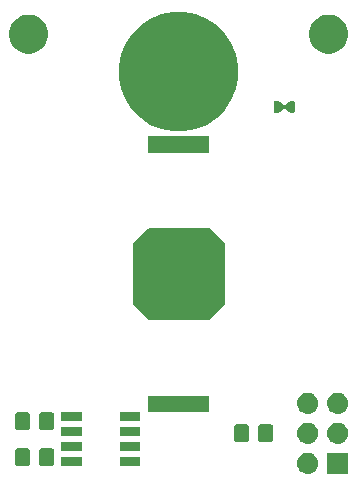
<source format=gbs>
G04 #@! TF.GenerationSoftware,KiCad,Pcbnew,(5.0.2)-1*
G04 #@! TF.CreationDate,2019-02-01T18:11:43-06:00*
G04 #@! TF.ProjectId,matrix_badge,6d617472-6978-45f6-9261-6467652e6b69,rev?*
G04 #@! TF.SameCoordinates,Original*
G04 #@! TF.FileFunction,Soldermask,Bot*
G04 #@! TF.FilePolarity,Negative*
%FSLAX46Y46*%
G04 Gerber Fmt 4.6, Leading zero omitted, Abs format (unit mm)*
G04 Created by KiCad (PCBNEW (5.0.2)-1) date 2/1/2019 6:11:43 PM*
%MOMM*%
%LPD*%
G01*
G04 APERTURE LIST*
%ADD10C,0.150000*%
%ADD11C,0.010000*%
%ADD12C,0.100000*%
G04 APERTURE END LIST*
D10*
G36*
X138430000Y-96520000D02*
X139700000Y-95250000D01*
X144780000Y-95250000D01*
X146050000Y-96520000D01*
X146050000Y-101600000D01*
X144780000Y-102870000D01*
X139700000Y-102870000D01*
X138430000Y-101600000D01*
X138430000Y-96520000D01*
G37*
X138430000Y-96520000D02*
X139700000Y-95250000D01*
X144780000Y-95250000D01*
X146050000Y-96520000D01*
X146050000Y-101600000D01*
X144780000Y-102870000D01*
X139700000Y-102870000D01*
X138430000Y-101600000D01*
X138430000Y-96520000D01*
D11*
G04 #@! TO.C,G\002A\002A\002A*
G36*
X150402308Y-84371630D02*
X150365874Y-84391435D01*
X150336406Y-84430337D01*
X150328487Y-84445070D01*
X150317294Y-84469136D01*
X150310146Y-84492665D01*
X150306555Y-84521331D01*
X150306030Y-84560810D01*
X150308082Y-84616776D01*
X150310172Y-84657371D01*
X150314322Y-84736868D01*
X150316991Y-84798278D01*
X150318179Y-84848870D01*
X150317887Y-84895915D01*
X150316116Y-84946681D01*
X150312865Y-85008438D01*
X150310207Y-85053771D01*
X150307343Y-85145034D01*
X150311655Y-85215045D01*
X150324105Y-85267182D01*
X150345657Y-85304821D01*
X150377273Y-85331341D01*
X150391511Y-85338915D01*
X150417148Y-85349890D01*
X150439461Y-85354254D01*
X150466725Y-85351951D01*
X150507212Y-85342927D01*
X150526604Y-85338027D01*
X150653874Y-85293409D01*
X150779094Y-85226117D01*
X150898050Y-85138784D01*
X150998187Y-85043166D01*
X151063223Y-84972870D01*
X151109312Y-84989536D01*
X151147595Y-84999475D01*
X151181763Y-84995919D01*
X151201489Y-84989536D01*
X151247578Y-84972870D01*
X151312614Y-85043166D01*
X151423747Y-85148026D01*
X151545136Y-85234663D01*
X151672661Y-85300436D01*
X151764876Y-85333080D01*
X151817439Y-85347407D01*
X151853314Y-85354224D01*
X151880032Y-85353687D01*
X151905121Y-85345954D01*
X151925552Y-85336439D01*
X151959318Y-85312215D01*
X151982962Y-85276076D01*
X151997294Y-85224970D01*
X152003125Y-85155845D01*
X152001265Y-85065647D01*
X152000594Y-85053771D01*
X151996457Y-84981935D01*
X151993799Y-84925449D01*
X151992619Y-84877045D01*
X151992920Y-84829453D01*
X151994700Y-84775404D01*
X151997962Y-84707627D01*
X152000629Y-84657371D01*
X152003910Y-84589711D01*
X152004886Y-84541712D01*
X152003070Y-84507699D01*
X151997972Y-84481996D01*
X151989101Y-84458930D01*
X151982314Y-84445070D01*
X151953426Y-84400052D01*
X151919675Y-84375462D01*
X151873437Y-84366476D01*
X151857470Y-84366100D01*
X151781922Y-84376047D01*
X151695913Y-84404305D01*
X151603719Y-84448495D01*
X151509618Y-84506241D01*
X151417886Y-84575165D01*
X151332800Y-84652890D01*
X151322450Y-84663516D01*
X151284220Y-84702711D01*
X151258793Y-84726012D01*
X151241674Y-84736121D01*
X151228364Y-84735740D01*
X151215030Y-84728038D01*
X151169990Y-84710770D01*
X151121858Y-84715083D01*
X151095771Y-84728038D01*
X151081892Y-84735933D01*
X151068512Y-84735925D01*
X151051132Y-84725313D01*
X151025255Y-84701394D01*
X150988351Y-84663516D01*
X150904442Y-84584822D01*
X150813332Y-84514619D01*
X150719297Y-84455286D01*
X150626614Y-84409199D01*
X150539559Y-84378736D01*
X150462409Y-84366273D01*
X150453331Y-84366100D01*
X150402308Y-84371630D01*
X150402308Y-84371630D01*
G37*
X150402308Y-84371630D02*
X150365874Y-84391435D01*
X150336406Y-84430337D01*
X150328487Y-84445070D01*
X150317294Y-84469136D01*
X150310146Y-84492665D01*
X150306555Y-84521331D01*
X150306030Y-84560810D01*
X150308082Y-84616776D01*
X150310172Y-84657371D01*
X150314322Y-84736868D01*
X150316991Y-84798278D01*
X150318179Y-84848870D01*
X150317887Y-84895915D01*
X150316116Y-84946681D01*
X150312865Y-85008438D01*
X150310207Y-85053771D01*
X150307343Y-85145034D01*
X150311655Y-85215045D01*
X150324105Y-85267182D01*
X150345657Y-85304821D01*
X150377273Y-85331341D01*
X150391511Y-85338915D01*
X150417148Y-85349890D01*
X150439461Y-85354254D01*
X150466725Y-85351951D01*
X150507212Y-85342927D01*
X150526604Y-85338027D01*
X150653874Y-85293409D01*
X150779094Y-85226117D01*
X150898050Y-85138784D01*
X150998187Y-85043166D01*
X151063223Y-84972870D01*
X151109312Y-84989536D01*
X151147595Y-84999475D01*
X151181763Y-84995919D01*
X151201489Y-84989536D01*
X151247578Y-84972870D01*
X151312614Y-85043166D01*
X151423747Y-85148026D01*
X151545136Y-85234663D01*
X151672661Y-85300436D01*
X151764876Y-85333080D01*
X151817439Y-85347407D01*
X151853314Y-85354224D01*
X151880032Y-85353687D01*
X151905121Y-85345954D01*
X151925552Y-85336439D01*
X151959318Y-85312215D01*
X151982962Y-85276076D01*
X151997294Y-85224970D01*
X152003125Y-85155845D01*
X152001265Y-85065647D01*
X152000594Y-85053771D01*
X151996457Y-84981935D01*
X151993799Y-84925449D01*
X151992619Y-84877045D01*
X151992920Y-84829453D01*
X151994700Y-84775404D01*
X151997962Y-84707627D01*
X152000629Y-84657371D01*
X152003910Y-84589711D01*
X152004886Y-84541712D01*
X152003070Y-84507699D01*
X151997972Y-84481996D01*
X151989101Y-84458930D01*
X151982314Y-84445070D01*
X151953426Y-84400052D01*
X151919675Y-84375462D01*
X151873437Y-84366476D01*
X151857470Y-84366100D01*
X151781922Y-84376047D01*
X151695913Y-84404305D01*
X151603719Y-84448495D01*
X151509618Y-84506241D01*
X151417886Y-84575165D01*
X151332800Y-84652890D01*
X151322450Y-84663516D01*
X151284220Y-84702711D01*
X151258793Y-84726012D01*
X151241674Y-84736121D01*
X151228364Y-84735740D01*
X151215030Y-84728038D01*
X151169990Y-84710770D01*
X151121858Y-84715083D01*
X151095771Y-84728038D01*
X151081892Y-84735933D01*
X151068512Y-84735925D01*
X151051132Y-84725313D01*
X151025255Y-84701394D01*
X150988351Y-84663516D01*
X150904442Y-84584822D01*
X150813332Y-84514619D01*
X150719297Y-84455286D01*
X150626614Y-84409199D01*
X150539559Y-84378736D01*
X150462409Y-84366273D01*
X150453331Y-84366100D01*
X150402308Y-84371630D01*
D12*
G36*
X156603000Y-115963000D02*
X154801000Y-115963000D01*
X154801000Y-114161000D01*
X156603000Y-114161000D01*
X156603000Y-115963000D01*
X156603000Y-115963000D01*
G37*
G36*
X153272442Y-114167518D02*
X153338627Y-114174037D01*
X153451853Y-114208384D01*
X153508467Y-114225557D01*
X153647087Y-114299652D01*
X153664991Y-114309222D01*
X153700729Y-114338552D01*
X153802186Y-114421814D01*
X153885448Y-114523271D01*
X153914778Y-114559009D01*
X153914779Y-114559011D01*
X153998443Y-114715533D01*
X153998443Y-114715534D01*
X154049963Y-114885373D01*
X154067359Y-115062000D01*
X154049963Y-115238627D01*
X154031183Y-115300535D01*
X153998443Y-115408467D01*
X153924348Y-115547087D01*
X153914778Y-115564991D01*
X153885448Y-115600729D01*
X153802186Y-115702186D01*
X153700729Y-115785448D01*
X153664991Y-115814778D01*
X153664989Y-115814779D01*
X153508467Y-115898443D01*
X153451853Y-115915616D01*
X153338627Y-115949963D01*
X153272443Y-115956481D01*
X153206260Y-115963000D01*
X153117740Y-115963000D01*
X153051557Y-115956481D01*
X152985373Y-115949963D01*
X152872147Y-115915616D01*
X152815533Y-115898443D01*
X152659011Y-115814779D01*
X152659009Y-115814778D01*
X152623271Y-115785448D01*
X152521814Y-115702186D01*
X152438552Y-115600729D01*
X152409222Y-115564991D01*
X152399652Y-115547087D01*
X152325557Y-115408467D01*
X152292817Y-115300535D01*
X152274037Y-115238627D01*
X152256641Y-115062000D01*
X152274037Y-114885373D01*
X152325557Y-114715534D01*
X152325557Y-114715533D01*
X152409221Y-114559011D01*
X152409222Y-114559009D01*
X152438552Y-114523271D01*
X152521814Y-114421814D01*
X152623271Y-114338552D01*
X152659009Y-114309222D01*
X152676913Y-114299652D01*
X152815533Y-114225557D01*
X152872147Y-114208384D01*
X152985373Y-114174037D01*
X153051558Y-114167518D01*
X153117740Y-114161000D01*
X153206260Y-114161000D01*
X153272442Y-114167518D01*
X153272442Y-114167518D01*
G37*
G36*
X134022000Y-115336000D02*
X132320000Y-115336000D01*
X132320000Y-114534000D01*
X134022000Y-114534000D01*
X134022000Y-115336000D01*
X134022000Y-115336000D01*
G37*
G36*
X138952000Y-115336000D02*
X137250000Y-115336000D01*
X137250000Y-114534000D01*
X138952000Y-114534000D01*
X138952000Y-115336000D01*
X138952000Y-115336000D01*
G37*
G36*
X129486677Y-113807465D02*
X129524364Y-113818898D01*
X129559103Y-113837466D01*
X129589548Y-113862452D01*
X129614534Y-113892897D01*
X129633102Y-113927636D01*
X129644535Y-113965323D01*
X129649000Y-114010661D01*
X129649000Y-115097339D01*
X129644535Y-115142677D01*
X129633102Y-115180364D01*
X129614534Y-115215103D01*
X129589548Y-115245548D01*
X129559103Y-115270534D01*
X129524364Y-115289102D01*
X129486677Y-115300535D01*
X129441339Y-115305000D01*
X128604661Y-115305000D01*
X128559323Y-115300535D01*
X128521636Y-115289102D01*
X128486897Y-115270534D01*
X128456452Y-115245548D01*
X128431466Y-115215103D01*
X128412898Y-115180364D01*
X128401465Y-115142677D01*
X128397000Y-115097339D01*
X128397000Y-114010661D01*
X128401465Y-113965323D01*
X128412898Y-113927636D01*
X128431466Y-113892897D01*
X128456452Y-113862452D01*
X128486897Y-113837466D01*
X128521636Y-113818898D01*
X128559323Y-113807465D01*
X128604661Y-113803000D01*
X129441339Y-113803000D01*
X129486677Y-113807465D01*
X129486677Y-113807465D01*
G37*
G36*
X131536677Y-113807465D02*
X131574364Y-113818898D01*
X131609103Y-113837466D01*
X131639548Y-113862452D01*
X131664534Y-113892897D01*
X131683102Y-113927636D01*
X131694535Y-113965323D01*
X131699000Y-114010661D01*
X131699000Y-115097339D01*
X131694535Y-115142677D01*
X131683102Y-115180364D01*
X131664534Y-115215103D01*
X131639548Y-115245548D01*
X131609103Y-115270534D01*
X131574364Y-115289102D01*
X131536677Y-115300535D01*
X131491339Y-115305000D01*
X130654661Y-115305000D01*
X130609323Y-115300535D01*
X130571636Y-115289102D01*
X130536897Y-115270534D01*
X130506452Y-115245548D01*
X130481466Y-115215103D01*
X130462898Y-115180364D01*
X130451465Y-115142677D01*
X130447000Y-115097339D01*
X130447000Y-114010661D01*
X130451465Y-113965323D01*
X130462898Y-113927636D01*
X130481466Y-113892897D01*
X130506452Y-113862452D01*
X130536897Y-113837466D01*
X130571636Y-113818898D01*
X130609323Y-113807465D01*
X130654661Y-113803000D01*
X131491339Y-113803000D01*
X131536677Y-113807465D01*
X131536677Y-113807465D01*
G37*
G36*
X134022000Y-114066000D02*
X132320000Y-114066000D01*
X132320000Y-113264000D01*
X134022000Y-113264000D01*
X134022000Y-114066000D01*
X134022000Y-114066000D01*
G37*
G36*
X138952000Y-114066000D02*
X137250000Y-114066000D01*
X137250000Y-113264000D01*
X138952000Y-113264000D01*
X138952000Y-114066000D01*
X138952000Y-114066000D01*
G37*
G36*
X153272442Y-111627518D02*
X153338627Y-111634037D01*
X153451853Y-111668384D01*
X153508467Y-111685557D01*
X153647087Y-111759652D01*
X153664991Y-111769222D01*
X153673530Y-111776230D01*
X153802186Y-111881814D01*
X153881665Y-111978661D01*
X153914778Y-112019009D01*
X153914779Y-112019011D01*
X153998443Y-112175533D01*
X154005121Y-112197548D01*
X154049963Y-112345373D01*
X154067359Y-112522000D01*
X154049963Y-112698627D01*
X154020425Y-112796000D01*
X153998443Y-112868467D01*
X153927694Y-113000827D01*
X153914778Y-113024991D01*
X153891032Y-113053925D01*
X153802186Y-113162186D01*
X153723049Y-113227131D01*
X153664991Y-113274778D01*
X153664989Y-113274779D01*
X153508467Y-113358443D01*
X153451853Y-113375616D01*
X153338627Y-113409963D01*
X153272442Y-113416482D01*
X153206260Y-113423000D01*
X153117740Y-113423000D01*
X153051558Y-113416482D01*
X152985373Y-113409963D01*
X152872147Y-113375616D01*
X152815533Y-113358443D01*
X152659011Y-113274779D01*
X152659009Y-113274778D01*
X152600951Y-113227131D01*
X152521814Y-113162186D01*
X152432968Y-113053925D01*
X152409222Y-113024991D01*
X152396306Y-113000827D01*
X152325557Y-112868467D01*
X152303575Y-112796000D01*
X152274037Y-112698627D01*
X152256641Y-112522000D01*
X152274037Y-112345373D01*
X152318879Y-112197548D01*
X152325557Y-112175533D01*
X152409221Y-112019011D01*
X152409222Y-112019009D01*
X152442335Y-111978661D01*
X152521814Y-111881814D01*
X152650470Y-111776230D01*
X152659009Y-111769222D01*
X152676913Y-111759652D01*
X152815533Y-111685557D01*
X152872147Y-111668384D01*
X152985373Y-111634037D01*
X153051558Y-111627518D01*
X153117740Y-111621000D01*
X153206260Y-111621000D01*
X153272442Y-111627518D01*
X153272442Y-111627518D01*
G37*
G36*
X155812442Y-111627518D02*
X155878627Y-111634037D01*
X155991853Y-111668384D01*
X156048467Y-111685557D01*
X156187087Y-111759652D01*
X156204991Y-111769222D01*
X156213530Y-111776230D01*
X156342186Y-111881814D01*
X156421665Y-111978661D01*
X156454778Y-112019009D01*
X156454779Y-112019011D01*
X156538443Y-112175533D01*
X156545121Y-112197548D01*
X156589963Y-112345373D01*
X156607359Y-112522000D01*
X156589963Y-112698627D01*
X156560425Y-112796000D01*
X156538443Y-112868467D01*
X156467694Y-113000827D01*
X156454778Y-113024991D01*
X156431032Y-113053925D01*
X156342186Y-113162186D01*
X156263049Y-113227131D01*
X156204991Y-113274778D01*
X156204989Y-113274779D01*
X156048467Y-113358443D01*
X155991853Y-113375616D01*
X155878627Y-113409963D01*
X155812442Y-113416482D01*
X155746260Y-113423000D01*
X155657740Y-113423000D01*
X155591558Y-113416482D01*
X155525373Y-113409963D01*
X155412147Y-113375616D01*
X155355533Y-113358443D01*
X155199011Y-113274779D01*
X155199009Y-113274778D01*
X155140951Y-113227131D01*
X155061814Y-113162186D01*
X154972968Y-113053925D01*
X154949222Y-113024991D01*
X154936306Y-113000827D01*
X154865557Y-112868467D01*
X154843575Y-112796000D01*
X154814037Y-112698627D01*
X154796641Y-112522000D01*
X154814037Y-112345373D01*
X154858879Y-112197548D01*
X154865557Y-112175533D01*
X154949221Y-112019011D01*
X154949222Y-112019009D01*
X154982335Y-111978661D01*
X155061814Y-111881814D01*
X155190470Y-111776230D01*
X155199009Y-111769222D01*
X155216913Y-111759652D01*
X155355533Y-111685557D01*
X155412147Y-111668384D01*
X155525373Y-111634037D01*
X155591558Y-111627518D01*
X155657740Y-111621000D01*
X155746260Y-111621000D01*
X155812442Y-111627518D01*
X155812442Y-111627518D01*
G37*
G36*
X150078677Y-111775465D02*
X150116364Y-111786898D01*
X150151103Y-111805466D01*
X150181548Y-111830452D01*
X150206534Y-111860897D01*
X150225102Y-111895636D01*
X150236535Y-111933323D01*
X150241000Y-111978661D01*
X150241000Y-113065339D01*
X150236535Y-113110677D01*
X150225102Y-113148364D01*
X150206534Y-113183103D01*
X150181548Y-113213548D01*
X150151103Y-113238534D01*
X150116364Y-113257102D01*
X150078677Y-113268535D01*
X150033339Y-113273000D01*
X149196661Y-113273000D01*
X149151323Y-113268535D01*
X149113636Y-113257102D01*
X149078897Y-113238534D01*
X149048452Y-113213548D01*
X149023466Y-113183103D01*
X149004898Y-113148364D01*
X148993465Y-113110677D01*
X148989000Y-113065339D01*
X148989000Y-111978661D01*
X148993465Y-111933323D01*
X149004898Y-111895636D01*
X149023466Y-111860897D01*
X149048452Y-111830452D01*
X149078897Y-111805466D01*
X149113636Y-111786898D01*
X149151323Y-111775465D01*
X149196661Y-111771000D01*
X150033339Y-111771000D01*
X150078677Y-111775465D01*
X150078677Y-111775465D01*
G37*
G36*
X148028677Y-111775465D02*
X148066364Y-111786898D01*
X148101103Y-111805466D01*
X148131548Y-111830452D01*
X148156534Y-111860897D01*
X148175102Y-111895636D01*
X148186535Y-111933323D01*
X148191000Y-111978661D01*
X148191000Y-113065339D01*
X148186535Y-113110677D01*
X148175102Y-113148364D01*
X148156534Y-113183103D01*
X148131548Y-113213548D01*
X148101103Y-113238534D01*
X148066364Y-113257102D01*
X148028677Y-113268535D01*
X147983339Y-113273000D01*
X147146661Y-113273000D01*
X147101323Y-113268535D01*
X147063636Y-113257102D01*
X147028897Y-113238534D01*
X146998452Y-113213548D01*
X146973466Y-113183103D01*
X146954898Y-113148364D01*
X146943465Y-113110677D01*
X146939000Y-113065339D01*
X146939000Y-111978661D01*
X146943465Y-111933323D01*
X146954898Y-111895636D01*
X146973466Y-111860897D01*
X146998452Y-111830452D01*
X147028897Y-111805466D01*
X147063636Y-111786898D01*
X147101323Y-111775465D01*
X147146661Y-111771000D01*
X147983339Y-111771000D01*
X148028677Y-111775465D01*
X148028677Y-111775465D01*
G37*
G36*
X134022000Y-112796000D02*
X132320000Y-112796000D01*
X132320000Y-111994000D01*
X134022000Y-111994000D01*
X134022000Y-112796000D01*
X134022000Y-112796000D01*
G37*
G36*
X138952000Y-112796000D02*
X137250000Y-112796000D01*
X137250000Y-111994000D01*
X138952000Y-111994000D01*
X138952000Y-112796000D01*
X138952000Y-112796000D01*
G37*
G36*
X131536677Y-110759465D02*
X131574364Y-110770898D01*
X131609103Y-110789466D01*
X131639548Y-110814452D01*
X131664534Y-110844897D01*
X131683102Y-110879636D01*
X131694535Y-110917323D01*
X131699000Y-110962661D01*
X131699000Y-112049339D01*
X131694535Y-112094677D01*
X131683102Y-112132364D01*
X131664534Y-112167103D01*
X131639548Y-112197548D01*
X131609103Y-112222534D01*
X131574364Y-112241102D01*
X131536677Y-112252535D01*
X131491339Y-112257000D01*
X130654661Y-112257000D01*
X130609323Y-112252535D01*
X130571636Y-112241102D01*
X130536897Y-112222534D01*
X130506452Y-112197548D01*
X130481466Y-112167103D01*
X130462898Y-112132364D01*
X130451465Y-112094677D01*
X130447000Y-112049339D01*
X130447000Y-110962661D01*
X130451465Y-110917323D01*
X130462898Y-110879636D01*
X130481466Y-110844897D01*
X130506452Y-110814452D01*
X130536897Y-110789466D01*
X130571636Y-110770898D01*
X130609323Y-110759465D01*
X130654661Y-110755000D01*
X131491339Y-110755000D01*
X131536677Y-110759465D01*
X131536677Y-110759465D01*
G37*
G36*
X129486677Y-110759465D02*
X129524364Y-110770898D01*
X129559103Y-110789466D01*
X129589548Y-110814452D01*
X129614534Y-110844897D01*
X129633102Y-110879636D01*
X129644535Y-110917323D01*
X129649000Y-110962661D01*
X129649000Y-112049339D01*
X129644535Y-112094677D01*
X129633102Y-112132364D01*
X129614534Y-112167103D01*
X129589548Y-112197548D01*
X129559103Y-112222534D01*
X129524364Y-112241102D01*
X129486677Y-112252535D01*
X129441339Y-112257000D01*
X128604661Y-112257000D01*
X128559323Y-112252535D01*
X128521636Y-112241102D01*
X128486897Y-112222534D01*
X128456452Y-112197548D01*
X128431466Y-112167103D01*
X128412898Y-112132364D01*
X128401465Y-112094677D01*
X128397000Y-112049339D01*
X128397000Y-110962661D01*
X128401465Y-110917323D01*
X128412898Y-110879636D01*
X128431466Y-110844897D01*
X128456452Y-110814452D01*
X128486897Y-110789466D01*
X128521636Y-110770898D01*
X128559323Y-110759465D01*
X128604661Y-110755000D01*
X129441339Y-110755000D01*
X129486677Y-110759465D01*
X129486677Y-110759465D01*
G37*
G36*
X134022000Y-111526000D02*
X132320000Y-111526000D01*
X132320000Y-110724000D01*
X134022000Y-110724000D01*
X134022000Y-111526000D01*
X134022000Y-111526000D01*
G37*
G36*
X138952000Y-111526000D02*
X137250000Y-111526000D01*
X137250000Y-110724000D01*
X138952000Y-110724000D01*
X138952000Y-111526000D01*
X138952000Y-111526000D01*
G37*
G36*
X155812443Y-109087519D02*
X155878627Y-109094037D01*
X155991853Y-109128384D01*
X156048467Y-109145557D01*
X156187087Y-109219652D01*
X156204991Y-109229222D01*
X156240729Y-109258552D01*
X156342186Y-109341814D01*
X156425448Y-109443271D01*
X156454778Y-109479009D01*
X156454779Y-109479011D01*
X156538443Y-109635533D01*
X156538443Y-109635534D01*
X156589963Y-109805373D01*
X156607359Y-109982000D01*
X156589963Y-110158627D01*
X156555616Y-110271853D01*
X156538443Y-110328467D01*
X156464348Y-110467087D01*
X156454778Y-110484991D01*
X156425448Y-110520729D01*
X156342186Y-110622186D01*
X156240729Y-110705448D01*
X156204991Y-110734778D01*
X156204989Y-110734779D01*
X156048467Y-110818443D01*
X155994814Y-110834718D01*
X155878627Y-110869963D01*
X155817717Y-110875962D01*
X155746260Y-110883000D01*
X155657740Y-110883000D01*
X155586283Y-110875962D01*
X155525373Y-110869963D01*
X155409186Y-110834718D01*
X155355533Y-110818443D01*
X155199011Y-110734779D01*
X155199009Y-110734778D01*
X155163271Y-110705448D01*
X155061814Y-110622186D01*
X154978552Y-110520729D01*
X154949222Y-110484991D01*
X154939652Y-110467087D01*
X154865557Y-110328467D01*
X154848384Y-110271853D01*
X154814037Y-110158627D01*
X154796641Y-109982000D01*
X154814037Y-109805373D01*
X154865557Y-109635534D01*
X154865557Y-109635533D01*
X154949221Y-109479011D01*
X154949222Y-109479009D01*
X154978552Y-109443271D01*
X155061814Y-109341814D01*
X155163271Y-109258552D01*
X155199009Y-109229222D01*
X155216913Y-109219652D01*
X155355533Y-109145557D01*
X155412147Y-109128384D01*
X155525373Y-109094037D01*
X155591557Y-109087519D01*
X155657740Y-109081000D01*
X155746260Y-109081000D01*
X155812443Y-109087519D01*
X155812443Y-109087519D01*
G37*
G36*
X153272443Y-109087519D02*
X153338627Y-109094037D01*
X153451853Y-109128384D01*
X153508467Y-109145557D01*
X153647087Y-109219652D01*
X153664991Y-109229222D01*
X153700729Y-109258552D01*
X153802186Y-109341814D01*
X153885448Y-109443271D01*
X153914778Y-109479009D01*
X153914779Y-109479011D01*
X153998443Y-109635533D01*
X153998443Y-109635534D01*
X154049963Y-109805373D01*
X154067359Y-109982000D01*
X154049963Y-110158627D01*
X154015616Y-110271853D01*
X153998443Y-110328467D01*
X153924348Y-110467087D01*
X153914778Y-110484991D01*
X153885448Y-110520729D01*
X153802186Y-110622186D01*
X153700729Y-110705448D01*
X153664991Y-110734778D01*
X153664989Y-110734779D01*
X153508467Y-110818443D01*
X153454814Y-110834718D01*
X153338627Y-110869963D01*
X153277717Y-110875962D01*
X153206260Y-110883000D01*
X153117740Y-110883000D01*
X153046283Y-110875962D01*
X152985373Y-110869963D01*
X152869186Y-110834718D01*
X152815533Y-110818443D01*
X152659011Y-110734779D01*
X152659009Y-110734778D01*
X152623271Y-110705448D01*
X152521814Y-110622186D01*
X152438552Y-110520729D01*
X152409222Y-110484991D01*
X152399652Y-110467087D01*
X152325557Y-110328467D01*
X152308384Y-110271853D01*
X152274037Y-110158627D01*
X152256641Y-109982000D01*
X152274037Y-109805373D01*
X152325557Y-109635534D01*
X152325557Y-109635533D01*
X152409221Y-109479011D01*
X152409222Y-109479009D01*
X152438552Y-109443271D01*
X152521814Y-109341814D01*
X152623271Y-109258552D01*
X152659009Y-109229222D01*
X152676913Y-109219652D01*
X152815533Y-109145557D01*
X152872147Y-109128384D01*
X152985373Y-109094037D01*
X153051557Y-109087519D01*
X153117740Y-109081000D01*
X153206260Y-109081000D01*
X153272443Y-109087519D01*
X153272443Y-109087519D01*
G37*
G36*
X144831000Y-110731000D02*
X139649000Y-110731000D01*
X139649000Y-109359000D01*
X144831000Y-109359000D01*
X144831000Y-110731000D01*
X144831000Y-110731000D01*
G37*
G36*
X144271000Y-101091000D02*
X140209000Y-101091000D01*
X140209000Y-97029000D01*
X144271000Y-97029000D01*
X144271000Y-101091000D01*
X144271000Y-101091000D01*
G37*
G36*
X144831000Y-88761000D02*
X139649000Y-88761000D01*
X139649000Y-87389000D01*
X144831000Y-87389000D01*
X144831000Y-88761000D01*
X144831000Y-88761000D01*
G37*
G36*
X143225401Y-76961053D02*
X143713322Y-77058107D01*
X144632546Y-77438862D01*
X145459825Y-77991632D01*
X146163368Y-78695175D01*
X146716138Y-79522454D01*
X147096893Y-80441678D01*
X147291000Y-81417520D01*
X147291000Y-82412480D01*
X147096893Y-83388322D01*
X146716138Y-84307546D01*
X146163368Y-85134825D01*
X145459825Y-85838368D01*
X144632546Y-86391138D01*
X143713322Y-86771893D01*
X143225401Y-86868947D01*
X142737481Y-86966000D01*
X141742519Y-86966000D01*
X141254599Y-86868947D01*
X140766678Y-86771893D01*
X139847454Y-86391138D01*
X139020175Y-85838368D01*
X138316632Y-85134825D01*
X137763862Y-84307546D01*
X137383107Y-83388322D01*
X137189000Y-82412480D01*
X137189000Y-81417520D01*
X137383107Y-80441678D01*
X137763862Y-79522454D01*
X138316632Y-78695175D01*
X139020175Y-77991632D01*
X139847454Y-77438862D01*
X140766678Y-77058107D01*
X141254599Y-76961053D01*
X141742519Y-76864000D01*
X142737481Y-76864000D01*
X143225401Y-76961053D01*
X143225401Y-76961053D01*
G37*
G36*
X129915256Y-77131298D02*
X130021579Y-77152447D01*
X130322042Y-77276903D01*
X130564430Y-77438862D01*
X130592454Y-77457587D01*
X130822413Y-77687546D01*
X131003098Y-77957960D01*
X131039550Y-78045963D01*
X131127553Y-78258421D01*
X131191000Y-78577391D01*
X131191000Y-78902609D01*
X131127553Y-79221579D01*
X131003097Y-79522042D01*
X131002820Y-79522456D01*
X130822413Y-79792454D01*
X130592454Y-80022413D01*
X130592451Y-80022415D01*
X130322042Y-80203097D01*
X130021579Y-80327553D01*
X129915256Y-80348702D01*
X129702611Y-80391000D01*
X129377389Y-80391000D01*
X129164744Y-80348702D01*
X129058421Y-80327553D01*
X128757958Y-80203097D01*
X128487549Y-80022415D01*
X128487546Y-80022413D01*
X128257587Y-79792454D01*
X128077180Y-79522456D01*
X128076903Y-79522042D01*
X127952447Y-79221579D01*
X127889000Y-78902609D01*
X127889000Y-78577391D01*
X127952447Y-78258421D01*
X128040450Y-78045963D01*
X128076902Y-77957960D01*
X128257587Y-77687546D01*
X128487546Y-77457587D01*
X128515570Y-77438862D01*
X128757958Y-77276903D01*
X129058421Y-77152447D01*
X129164744Y-77131298D01*
X129377389Y-77089000D01*
X129702611Y-77089000D01*
X129915256Y-77131298D01*
X129915256Y-77131298D01*
G37*
G36*
X155315256Y-77131298D02*
X155421579Y-77152447D01*
X155722042Y-77276903D01*
X155964430Y-77438862D01*
X155992454Y-77457587D01*
X156222413Y-77687546D01*
X156403098Y-77957960D01*
X156439550Y-78045963D01*
X156527553Y-78258421D01*
X156591000Y-78577391D01*
X156591000Y-78902609D01*
X156527553Y-79221579D01*
X156403097Y-79522042D01*
X156402820Y-79522456D01*
X156222413Y-79792454D01*
X155992454Y-80022413D01*
X155992451Y-80022415D01*
X155722042Y-80203097D01*
X155421579Y-80327553D01*
X155315256Y-80348702D01*
X155102611Y-80391000D01*
X154777389Y-80391000D01*
X154564744Y-80348702D01*
X154458421Y-80327553D01*
X154157958Y-80203097D01*
X153887549Y-80022415D01*
X153887546Y-80022413D01*
X153657587Y-79792454D01*
X153477180Y-79522456D01*
X153476903Y-79522042D01*
X153352447Y-79221579D01*
X153289000Y-78902609D01*
X153289000Y-78577391D01*
X153352447Y-78258421D01*
X153440450Y-78045963D01*
X153476902Y-77957960D01*
X153657587Y-77687546D01*
X153887546Y-77457587D01*
X153915570Y-77438862D01*
X154157958Y-77276903D01*
X154458421Y-77152447D01*
X154564744Y-77131298D01*
X154777389Y-77089000D01*
X155102611Y-77089000D01*
X155315256Y-77131298D01*
X155315256Y-77131298D01*
G37*
M02*

</source>
